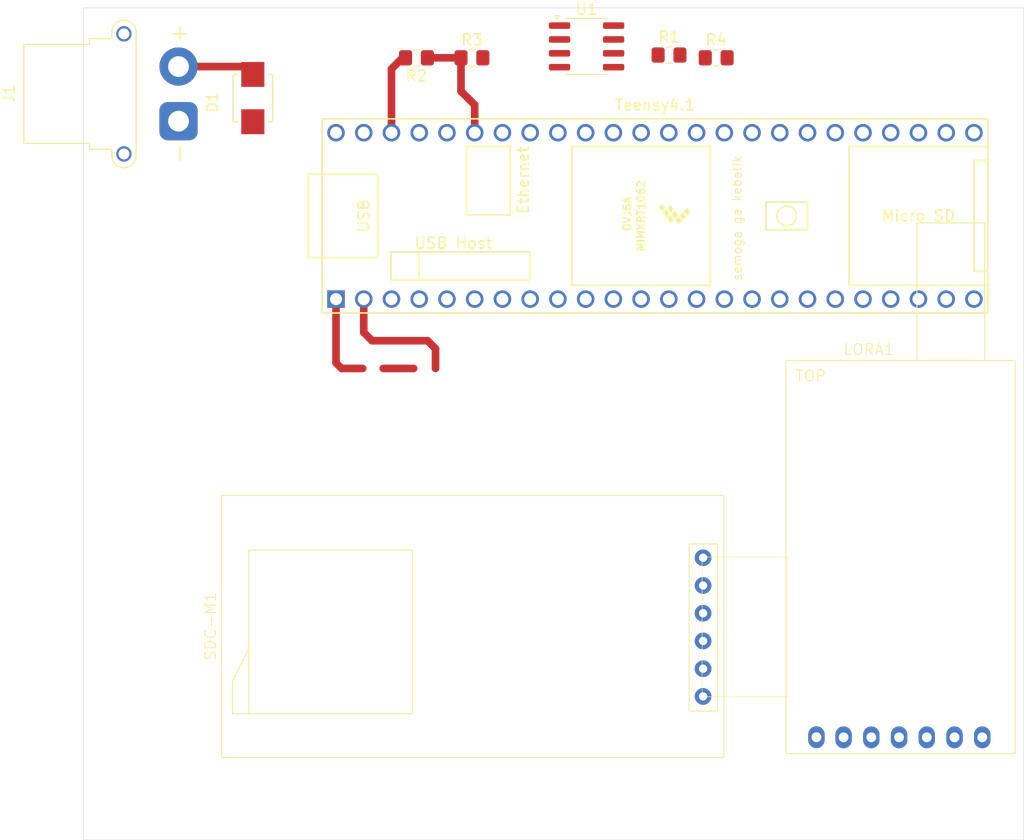
<source format=kicad_pcb>
(kicad_pcb (version 20240108) (generator "pcbnew") (generator_version "8.0")
  (layers (0 "F.Cu" signal) (31 "B.Cu" signal) (34 "B.Paste" user) (35 "F.Paste" user) (36 "B.SilkS" user "B.Silkscreen") (37 "F.SilkS" user "F.Silkscreen") (38 "B.Mask" user) (39 "F.Mask" user) (44 "Edge.Cuts" user))
  (net 0 "")
  (net 1 "GND")
  (net 2 "Net-(R2-Pad2)")
  (net 3 "Net-(Teensy4.1-A7{slash}RX5)")
  (net 36 "Net-(U1-Rs)")
  (net 45 "Net-(U1-CANH)")
  (net 48 "Net-(U1-CANL)")
  (net 49 "unconnected-(Teensy4.1-RX1-Pad2)")
  (net 50 "unconnected-(Teensy4.1-GND-Pad1)")
  (net 51 "Net-(Teensy4.1-A1{slash}RX3)")
  (net 52 "Net-(Teensy4.1-A0{slash}TX3)")
  (net 54 "3.3V")
  (footprint "TVS:DIOM4336X265N" (layer "F.Cu") (at 103.632 62.617 90)
    (property "Reference" "D1" (at -0.38 -3.6975 90) (layer "F.SilkS"))
    (property "Value" "SMBJ12CA")
    (fp_line (start 2.1625 -1.8125) (end -2.1625 -1.8125) (stroke (width 0.127)) (layer "F.SilkS"))
    (fp_line (start -2.1625 -1.8125) (end -2.1625 -1.38) (stroke (width 0.127)) (layer "F.SilkS"))
    (fp_line (start 2.1625 -1.38) (end 2.1625 -1.8125) (stroke (width 0.127)) (layer "F.SilkS"))
    (fp_line (start 2.1625 1.8125) (end 2.1625 1.38) (stroke (width 0.127)) (layer "F.SilkS"))
    (fp_line (start -2.1625 1.8125) (end -2.1625 1.38) (stroke (width 0.127)) (layer "F.SilkS"))
    (fp_line (start -2.1625 1.8125) (end 2.1625 1.8125) (stroke (width 0.127)) (layer "F.SilkS"))
    (pad "1" smd rect (at -2.165 0 90) (size 2.28 2.12) (layers "F.Cu" "F.Paste" "F.Mask") (net 1 "GND"))
    (pad "2" smd rect (at 2.165 0 90) (size 2.28 2.12) (layers "F.Cu" "F.Paste" "F.Mask") (net 54 "3.3V"))
  )
  (footprint "teensy41:Teensy41" (layer "F.Cu") (at 140.462 73.406)
    (property "Reference" "Teensy4.1" (at 0 -10.16 0) (layer "F.SilkS"))
    (property "Value" "~")
    (fp_line (start -31.75 -3.81) (end -30.48 -3.81) (stroke (width 0.15)) (layer "F.SilkS"))
    (fp_line (start -31.75 3.81) (end -31.75 -3.81) (stroke (width 0.15)) (layer "F.SilkS"))
    (fp_line (start -30.48 -8.89) (end 30.48 -8.89) (stroke (width 0.15)) (layer "F.SilkS"))
    (fp_line (start -30.48 3.81) (end -31.75 3.81) (stroke (width 0.15)) (layer "F.SilkS"))
    (fp_line (start -30.48 8.89) (end -30.48 -8.89) (stroke (width 0.15)) (layer "F.SilkS"))
    (fp_line (start -25.4 -3.81) (end -30.48 -3.81) (stroke (width 0.15)) (layer "F.SilkS"))
    (fp_line (start -25.4 3.81) (end -30.48 3.81) (stroke (width 0.15)) (layer "F.SilkS"))
    (fp_line (start -25.4 3.81) (end -25.4 -3.81) (stroke (width 0.15)) (layer "F.SilkS"))
    (fp_line (start -24.1808 3.2992) (end -21.6408 3.2992) (stroke (width 0.15)) (layer "F.SilkS"))
    (fp_line (start -24.1808 3.2992) (end -11.4808 3.2992) (stroke (width 0.15)) (layer "F.SilkS"))
    (fp_line (start -24.1808 5.8392) (end -24.1808 3.2992) (stroke (width 0.15)) (layer "F.SilkS"))
    (fp_line (start -21.6408 3.2992) (end -21.6408 5.8392) (stroke (width 0.15)) (layer "F.SilkS"))
    (fp_line (start -17.25 -6.3516) (end -17.25 -6.1016) (stroke (width 0.15)) (layer "F.SilkS"))
    (fp_line (start -17.25 -6.1016) (end -17.25 -0.1016) (stroke (width 0.15)) (layer "F.SilkS"))
    (fp_line (start -17.25 -0.1016) (end -13.25 -0.1016) (stroke (width 0.15)) (layer "F.SilkS"))
    (fp_line (start -13.25 -6.3516) (end -17.25 -6.3516) (stroke (width 0.15)) (layer "F.SilkS"))
    (fp_line (start -13.25 -0.1016) (end -13.25 -6.3516) (stroke (width 0.15)) (layer "F.SilkS"))
    (fp_line (start -11.4808 3.2992) (end -11.4808 5.8392) (stroke (width 0.15)) (layer "F.SilkS"))
    (fp_line (start -11.4808 5.8392) (end -24.1808 5.8392) (stroke (width 0.15)) (layer "F.SilkS"))
    (fp_line (start -7.62 -6.35) (end -7.62 6.35) (stroke (width 0.15)) (layer "F.SilkS"))
    (fp_line (start -7.62 6.35) (end 5.08 6.35) (stroke (width 0.15)) (layer "F.SilkS"))
    (fp_line (start 5.08 -6.35) (end -7.62 -6.35) (stroke (width 0.15)) (layer "F.SilkS"))
    (fp_line (start 5.08 6.35) (end 5.08 -6.35) (stroke (width 0.15)) (layer "F.SilkS"))
    (fp_line (start 10.16 -1.27) (end 13.97 -1.27) (stroke (width 0.15)) (layer "F.SilkS"))
    (fp_line (start 10.16 1.27) (end 10.16 -1.27) (stroke (width 0.15)) (layer "F.SilkS"))
    (fp_line (start 13.97 -1.27) (end 13.97 1.27) (stroke (width 0.15)) (layer "F.SilkS"))
    (fp_line (start 13.97 1.27) (end 10.16 1.27) (stroke (width 0.15)) (layer "F.SilkS"))
    (fp_line (start 17.78 -6.35) (end 17.78 6.35) (stroke (width 0.15)) (layer "F.SilkS"))
    (fp_line (start 17.78 6.35) (end 30.48 6.35) (stroke (width 0.15)) (layer "F.SilkS"))
    (fp_line (start 29.21 -5.08) (end 29.21 5.08) (stroke (width 0.15)) (layer "F.SilkS"))
    (fp_line (start 29.21 5.08) (end 30.48 5.08) (stroke (width 0.15)) (layer "F.SilkS"))
    (fp_line (start 30.48 -8.89) (end 30.48 8.89) (stroke (width 0.15)) (layer "F.SilkS"))
    (fp_line (start 30.48 -6.35) (end 17.78 -6.35) (stroke (width 0.15)) (layer "F.SilkS"))
    (fp_line (start 30.48 -5.08) (end 29.21 -5.08) (stroke (width 0.15)) (layer "F.SilkS"))
    (fp_line (start 30.48 8.89) (end -30.48 8.89) (stroke (width 0.15)) (layer "F.SilkS"))
    (fp_circle (center 12.065 0) (end 12.7 -0.635) (stroke (width 0.15)) (fill none) (layer "F.SilkS"))
    (fp_poly (pts (xy 0.911 -0.688) (xy 0.657 -0.434) (xy 0.403 -0.815) (xy 0.657 -1.069)) (stroke (width 0.1)) (fill solid) (layer "F.SilkS"))
    (fp_poly (pts (xy 1.292 -0.18) (xy 1.038 0.074) (xy 0.784 -0.307) (xy 1.038 -0.561)) (stroke (width 0.1)) (fill solid) (layer "F.SilkS"))
    (fp_poly (pts (xy 1.673 -0.561) (xy 1.419 -0.307) (xy 1.165 -0.688) (xy 1.419 -0.942)) (stroke (width 0.1)) (fill solid) (layer "F.SilkS"))
    (fp_poly (pts (xy 1.673 0.328) (xy 1.419 0.582) (xy 1.165 0.201) (xy 1.419 -0.053)) (stroke (width 0.1)) (fill solid) (layer "F.SilkS"))
    (fp_poly (pts (xy 2.054 -0.053) (xy 1.8 0.201) (xy 1.546 -0.18) (xy 1.8 -0.434)) (stroke (width 0.1)) (fill solid) (layer "F.SilkS"))
    (fp_poly (pts (xy 2.435 0.455) (xy 2.181 0.709) (xy 1.927 0.328) (xy 2.181 0.074)) (stroke (width 0.1)) (fill solid) (layer "F.SilkS"))
    (fp_poly (pts (xy 2.816 0.074) (xy 2.562 0.328) (xy 2.308 -0.053) (xy 2.562 -0.307)) (stroke (width 0.1)) (fill solid) (layer "F.SilkS"))
    (fp_poly (pts (xy 3.197 -0.307) (xy 2.943 -0.053) (xy 2.689 -0.434) (xy 2.943 -0.688)) (stroke (width 0.1)) (fill solid) (layer "F.SilkS"))
    (fp_text user "Micro SD" (at 24.13 0 0) (layer "F.SilkS"))
    (fp_text user "semoga ga kebalik" (at 8 6 90) (layer "F.SilkS") (effects (font (size 0.8 0.8) (thickness 0.1)) (justify left bottom)))
    (fp_text user "USB Host" (at -18.4658 2.4892 0) (layer "F.SilkS"))
    (fp_text user "USB" (at -26.67 0 -90) (layer "F.SilkS"))
    (fp_text user "DVJ6A" (at -2.54 -0.18 -90) (layer "F.SilkS") (effects (font (size 0.7 0.7))))
    (fp_text user "MIMXRT1062" (at -1.27 0 -90) (layer "F.SilkS") (effects (font (size 0.7 0.7))))
    (fp_text user "Ethernet" (at -12.065 -3.2766 90) (layer "F.SilkS"))
    (pad "1" thru_hole rect (at -29.21 7.62) (size 1.6 1.6) (drill 1.1) (layers "*.Cu" "*.Mask") (net 50 "unconnected-(Teensy4.1-GND-Pad1)"))
    (pad "2" thru_hole circle (at -26.67 7.62) (size 1.6 1.6) (drill 1.1) (layers "*.Cu" "*.Mask") (net 49 "unconnected-(Teensy4.1-RX1-Pad2)"))
    (pad "3" thru_hole circle (at -24.13 7.62) (size 1.6 1.6) (drill 1.1) (layers "*.Cu" "*.Mask"))
    (pad "4" thru_hole circle (at -21.59 7.62) (size 1.6 1.6) (drill 1.1) (layers "*.Cu" "*.Mask"))
    (pad "5" thru_hole circle (at -19.05 7.62) (size 1.6 1.6) (drill 1.1) (layers "*.Cu" "*.Mask"))
    (pad "6" thru_hole circle (at -16.51 7.62) (size 1.6 1.6) (drill 1.1) (layers "*.Cu" "*.Mask"))
    (pad "7" thru_hole circle (at -13.97 7.62) (size 1.6 1.6) (drill 1.1) (layers "*.Cu" "*.Mask"))
    (pad "8" thru_hole circle (at -11.43 7.62) (size 1.6 1.6) (drill 1.1) (layers "*.Cu" "*.Mask"))
    (pad "9" thru_hole circle (at -8.89 7.62) (size 1.6 1.6) (drill 1.1) (layers "*.Cu" "*.Mask"))
    (pad "10" thru_hole circle (at -6.35 7.62) (size 1.6 1.6) (drill 1.1) (layers "*.Cu" "*.Mask"))
    (pad "11" thru_hole circle (at -3.81 7.62) (size 1.6 1.6) (drill 1.1) (layers "*.Cu" "*.Mask"))
    (pad "12" thru_hole circle (at -1.27 7.62) (size 1.6 1.6) (drill 1.1) (layers "*.Cu" "*.Mask"))
    (pad "13" thru_hole circle (at 1.27 7.62) (size 1.6 1.6) (drill 1.1) (layers "*.Cu" "*.Mask"))
    (pad "14" thru_hole circle (at 3.81 7.62) (size 1.6 1.6) (drill 1.1) (layers "*.Cu" "*.Mask"))
    (pad "15" thru_hole circle (at 6.35 7.62) (size 1.6 1.6) (drill 1.1) (layers "*.Cu" "*.Mask"))
    (pad "16" thru_hole circle (at 8.89 7.62) (size 1.6 1.6) (drill 1.1) (layers "*.Cu" "*.Mask"))
    (pad "17" thru_hole circle (at 11.43 7.62) (size 1.6 1.6) (drill 1.1) (layers "*.Cu" "*.Mask"))
    (pad "18" thru_hole circle (at 13.97 7.62) (size 1.6 1.6) (drill 1.1) (layers "*.Cu" "*.Mask"))
    (pad "19" thru_hole circle (at 16.51 7.62) (size 1.6 1.6) (drill 1.1) (layers "*.Cu" "*.Mask"))
    (pad "20" thru_hole circle (at 19.05 7.62) (size 1.6 1.6) (drill 1.1) (layers "*.Cu" "*.Mask"))
    (pad "21" thru_hole circle (at 21.59 7.62) (size 1.6 1.6) (drill 1.1) (layers "*.Cu" "*.Mask"))
    (pad "22" thru_hole circle (at 24.13 7.62) (size 1.6 1.6) (drill 1.1) (layers "*.Cu" "*.Mask"))
    (pad "23" thru_hole circle (at 26.67 7.62) (size 1.6 1.6) (drill 1.1) (layers "*.Cu" "*.Mask"))
    (pad "24" thru_hole circle (at 29.21 7.62) (size 1.6 1.6) (drill 1.1) (layers "*.Cu" "*.Mask"))
    (pad "25" thru_hole circle (at 29.21 -7.62) (size 1.6 1.6) (drill 1.1) (layers "*.Cu" "*.Mask"))
    (pad "26" thru_hole circle (at 26.67 -7.62) (size 1.6 1.6) (drill 1.1) (layers "*.Cu" "*.Mask"))
    (pad "27" thru_hole circle (at 24.13 -7.62) (size 1.6 1.6) (drill 1.1) (layers "*.Cu" "*.Mask"))
    (pad "28" thru_hole circle (at 21.59 -7.62) (size 1.6 1.6) (drill 1.1) (layers "*.Cu" "*.Mask"))
    (pad "29" thru_hole circle (at 19.05 -7.62) (size 1.6 1.6) (drill 1.1) (layers "*.Cu" "*.Mask"))
    (pad "30" thru_hole circle (at 16.51 -7.62) (size 1.6 1.6) (drill 1.1) (layers "*.Cu" "*.Mask"))
    (pad "31" thru_hole circle (at 13.97 -7.62) (size 1.6 1.6) (drill 1.1) (layers "*.Cu" "*.Mask"))
    (pad "32" thru_hole circle (at 11.43 -7.62) (size 1.6 1.6) (drill 1.1) (layers "*.Cu" "*.Mask"))
    (pad "33" thru_hole circle (at 8.89 -7.62) (size 1.6 1.6) (drill 1.1) (layers "*.Cu" "*.Mask"))
    (pad "34" thru_hole circle (at 6.35 -7.62) (size 1.6 1.6) (drill 1.1) (layers "*.Cu" "*.Mask"))
    (pad "35" thru_hole circle (at 3.81 -7.62) (size 1.6 1.6) (drill 1.1) (layers "*.Cu" "*.Mask"))
    (pad "36" thru_hole circle (at 1.27 -7.62) (size 1.6 1.6) (drill 1.1) (layers "*.Cu" "*.Mask") (net 52 "Net-(Teensy4.1-A0{slash}TX3)"))
    (pad "37" thru_hole circle (at -1.27 -7.62) (size 1.6 1.6) (drill 1.1) (layers "*.Cu" "*.Mask") (net 51 "Net-(Teensy4.1-A1{slash}RX3)"))
    (pad "38" thru_hole circle (at -3.81 -7.62) (size 1.6 1.6) (drill 1.1) (layers "*.Cu" "*.Mask"))
    (pad "39" thru_hole circle (at -6.35 -7.62) (size 1.6 1.6) (drill 1.1) (layers "*.Cu" "*.Mask"))
    (pad "40" thru_hole circle (at -8.89 -7.62) (size 1.6 1.6) (drill 1.1) (layers "*.Cu" "*.Mask"))
    (pad "41" thru_hole circle (at -11.43 -7.62) (size 1.6 1.6) (drill 1.1) (layers "*.Cu" "*.Mask"))
    (pad "42" thru_hole circle (at -13.97 -7.62) (size 1.6 1.6) (drill 1.1) (layers "*.Cu" "*.Mask"))
    (pad "43" thru_hole circle (at -16.51 -7.62) (size 1.6 1.6) (drill 1.1) (layers "*.Cu" "*.Mask") (net 3 "Net-(Teensy4.1-A7{slash}RX5)"))
    (pad "44" thru_hole circle (at -19.05 -7.62) (size 1.6 1.6) (drill 1.1) (layers "*.Cu" "*.Mask"))
    (pad "45" thru_hole circle (at -21.59 -7.62) (size 1.6 1.6) (drill 1.1) (layers "*.Cu" "*.Mask"))
    (pad "46" thru_hole circle (at -24.13 -7.62) (size 1.6 1.6) (drill 1.1) (layers "*.Cu" "*.Mask") (net 2 "Net-(R2-Pad2)"))
    (pad "47" thru_hole circle (at -26.67 -7.62) (size 1.6 1.6) (drill 1.1) (layers "*.Cu" "*.Mask"))
    (pad "48" thru_hole circle (at -29.21 -7.62) (size 1.6 1.6) (drill 1.1) (layers "*.Cu" "*.Mask"))
  )
  (footprint "SD card Module:SDCard" (layer "F.Cu") (at 123.767 110.998 90)
    (property "Reference" "SDC-M1" (at 0 -24 90) (layer "F.SilkS") (effects (font (thickness 0.1))))
    (property "Value" "~")
    (fp_line (start -5 -22) (end -2 -20.484678) (stroke (width 0.1)) (layer "F.SilkS"))
    (fp_line (start -8 -22) (end -5 -22) (stroke (width 0.1)) (layer "F.SilkS"))
    (fp_line (start -8 -20.5) (end -8 -22) (stroke (width 0.1)) (layer "F.SilkS"))
    (fp_rect (start -12 -23) (end 12 23) (stroke (width 0.1)) (fill none) (layer "F.SilkS"))
    (fp_rect (start -8 -20.5) (end 7 -5.5) (stroke (width 0.1)) (fill none) (layer "F.SilkS"))
    (fp_rect (start -7.75 19.818) (end 7.55 22.418) (stroke (width 0.1)) (fill none) (layer "F.SilkS"))
    (fp_rect (start -6.45 21.018) (end 6.35 28.818) (stroke (width 0.05)) (fill none) (layer "F.SilkS"))
    (pad "1" thru_hole circle (at -6.416 21.1 90) (size 1.524 1.524) (drill 0.762) (layers "*.Cu" "*.Mask"))
    (pad "2" thru_hole circle (at -3.876 21.1 90) (size 1.524 1.524) (drill 0.762) (layers "*.Cu" "*.Mask"))
    (pad "3" thru_hole circle (at -1.336 21.1 90) (size 1.524 1.524) (drill 0.762) (layers "*.Cu" "*.Mask"))
    (pad "4" thru_hole circle (at 1.204 21.1 90) (size 1.524 1.524) (drill 0.762) (layers "*.Cu" "*.Mask"))
    (pad "5" thru_hole circle (at 3.744 21.1 90) (size 1.524 1.524) (drill 0.762) (layers "*.Cu" "*.Mask"))
    (pad "6" thru_hole circle (at 6.284 21.1 90) (size 1.524 1.524) (drill 0.762) (layers "*.Cu" "*.Mask"))
  )
  (footprint "Resistor_SMD:R_0805_2012Metric_Pad1.20x1.40mm_HandSolder" (layer "F.Cu") (at 146.066 58.928)
    (property "Reference" "R4" (at 0 -1.65 0) (layer "F.SilkS"))
    (property "Value" "120")
    (fp_line (start -0.227064 -0.735) (end 0.227064 -0.735) (stroke (width 0.12)) (layer "F.SilkS"))
    (fp_line (start -0.227064 0.735) (end 0.227064 0.735) (stroke (width 0.12)) (layer "F.SilkS"))
    (pad "1" smd roundrect (at -1 0) (size 1.2 1.4) (layers "F.Cu" "F.Paste" "F.Mask") (roundrect_rratio 0.208333) (net 48 "Net-(U1-CANL)"))
    (pad "2" smd roundrect (at 1 0) (size 1.2 1.4) (layers "F.Cu" "F.Paste" "F.Mask") (roundrect_rratio 0.208333) (net 45 "Net-(U1-CANH)"))
  )
  (footprint "Package_SO:SOIC-8_3.9x4.9mm_P1.27mm" (layer "F.Cu") (at 134.2 57.882)
    (property "Reference" "U1" (at 0 -3.4 0) (layer "F.SilkS"))
    (property "Value" "MCP2551-I-SN")
    (fp_line (start 0 -2.56) (end -1.95 -2.56) (stroke (width 0.12)) (layer "F.SilkS"))
    (fp_line (start 0 -2.56) (end 1.95 -2.56) (stroke (width 0.12)) (layer "F.SilkS"))
    (fp_line (start 0 2.56) (end -1.95 2.56) (stroke (width 0.12)) (layer "F.SilkS"))
    (fp_line (start 0 2.56) (end 1.95 2.56) (stroke (width 0.12)) (layer "F.SilkS"))
    (fp_poly (pts (xy -2.7 -2.465) (xy -2.94 -2.795) (xy -2.46 -2.795) (xy -2.7 -2.465)) (stroke (width 0.12)) (fill solid) (layer "F.SilkS"))
    (pad "1" smd roundrect (at -2.475 -1.905) (size 1.95 0.6) (layers "F.Cu" "F.Paste" "F.Mask") (net 51 "Net-(Teensy4.1-A1{slash}RX3)"))
    (pad "2" smd roundrect (at -2.475 -0.635) (size 1.95 0.6) (layers "F.Cu" "F.Paste" "F.Mask") (net 1 "GND"))
    (pad "3" smd roundrect (at -2.475 0.635) (size 1.95 0.6) (layers "F.Cu" "F.Paste" "F.Mask") (net 54 "3.3V"))
    (pad "4" smd roundrect (at -2.475 1.905) (size 1.95 0.6) (layers "F.Cu" "F.Paste" "F.Mask") (net 52 "Net-(Teensy4.1-A0{slash}TX3)"))
    (pad "5" smd roundrect (at 2.475 1.905) (size 1.95 0.6) (layers "F.Cu" "F.Paste" "F.Mask"))
    (pad "6" smd roundrect (at 2.475 0.635) (size 1.95 0.6) (layers "F.Cu" "F.Paste" "F.Mask") (net 48 "Net-(U1-CANL)"))
    (pad "7" smd roundrect (at 2.475 -0.635) (size 1.95 0.6) (layers "F.Cu" "F.Paste" "F.Mask") (net 45 "Net-(U1-CANH)"))
    (pad "8" smd roundrect (at 2.475 -1.905) (size 1.95 0.6) (layers "F.Cu" "F.Paste" "F.Mask") (net 36 "Net-(U1-Rs)"))
  )
  (footprint "Resistor_SMD:R_0805_2012Metric_Pad1.20x1.40mm_HandSolder" (layer "F.Cu") (at 141.748 58.674)
    (property "Reference" "R1" (at 0 -1.65 0) (layer "F.SilkS"))
    (property "Value" "10K")
    (fp_line (start -0.227064 -0.735) (end 0.227064 -0.735) (stroke (width 0.12)) (layer "F.SilkS"))
    (fp_line (start -0.227064 0.735) (end 0.227064 0.735) (stroke (width 0.12)) (layer "F.SilkS"))
    (pad "1" smd roundrect (at -1 0) (size 1.2 1.4) (layers "F.Cu" "F.Paste" "F.Mask") (roundrect_rratio 0.208333) (net 1 "GND"))
    (pad "2" smd roundrect (at 1 0) (size 1.2 1.4) (layers "F.Cu" "F.Paste" "F.Mask") (roundrect_rratio 0.208333) (net 36 "Net-(U1-Rs)"))
  )
  (footprint "Resistor_SMD:R_0805_2012Metric_Pad1.20x1.40mm_HandSolder" (layer "F.Cu") (at 123.698 58.928)
    (property "Reference" "R3" (at 0 -1.65 0) (layer "F.SilkS"))
    (property "Value" "R")
    (fp_line (start -0.227064 -0.735) (end 0.227064 -0.735) (stroke (width 0.12)) (layer "F.SilkS"))
    (fp_line (start -0.227064 0.735) (end 0.227064 0.735) (stroke (width 0.12)) (layer "F.SilkS"))
    (pad "1" smd roundrect (at -1 0) (size 1.2 1.4) (layers "F.Cu" "F.Paste" "F.Mask") (roundrect_rratio 0.208333) (net 3 "Net-(Teensy4.1-A7{slash}RX5)"))
    (pad "2" smd roundrect (at 1 0) (size 1.2 1.4) (layers "F.Cu" "F.Paste" "F.Mask") (roundrect_rratio 0.208333) (net 1 "GND"))
  )
  (footprint "Connector_AMASS:AMASS_XT30PW-F_1x02_P2.50mm_Horizontal" (layer "F.Cu") (at 96.828 64.73 90)
    (property "Reference" "J1" (at 2.5 -15.5 90) (layer "F.SilkS"))
    (property "Value" "Conn_01x02_Socket")
    (fp_line (start 7.03 -14.16) (end 7.03 -8.16) (stroke (width 0.12)) (layer "F.SilkS"))
    (fp_line (start -2.03 -14.16) (end 7 -14.16) (stroke (width 0.12)) (layer "F.SilkS"))
    (fp_line (start -2.03 -14.16) (end -2.03 -8.16) (stroke (width 0.12)) (layer "F.SilkS"))
    (fp_line (start 7.56 -8.16) (end 7.56 -6.11) (stroke (width 0.12)) (layer "F.SilkS"))
    (fp_line (start 7.03 -8.16) (end 7.56 -8.16) (stroke (width 0.12)) (layer "F.SilkS"))
    (fp_line (start -2.56 -8.16) (end -2.03 -8.16) (stroke (width 0.12)) (layer "F.SilkS"))
    (fp_line (start -2.56 -8.16) (end -2.56 -6.11) (stroke (width 0.12)) (layer "F.SilkS"))
    (fp_line (start 7.56 -6.11) (end 8.26 -6.11) (stroke (width 0.12)) (layer "F.SilkS"))
    (fp_line (start -3.26 -6.11) (end -2.56 -6.11) (stroke (width 0.12)) (layer "F.SilkS"))
    (fp_line (start -3.26 -3.89) (end 8.26 -3.89) (stroke (width 0.12)) (layer "F.SilkS"))
    (fp_arc (start 8.15 -6.11) (mid 9.26 -5) (end 8.15 -3.89) (stroke (width 0.12)) (layer "F.SilkS"))
    (fp_arc (start -3.321729 -3.903365) (mid -4.256653 -5.086124) (end -3.15 -6.11) (stroke (width 0.12)) (layer "F.SilkS"))
    (fp_text user "+" (at 8 0 90) (layer "F.SilkS") (effects (font (size 1.5 1.5))))
    (fp_text user "-" (at -3 0 90) (layer "F.SilkS") (effects (font (size 1.5 1.5))))
    (pad "" thru_hole circle (at -3 -5 180) (size 1.4 1.4) (drill 1) (layers "*.Cu" "*.Mask"))
    (pad "" thru_hole circle (at 8 -5 90) (size 1.4 1.4) (drill 1) (layers "*.Cu" "*.Mask"))
    (pad "1" thru_hole roundrect (at 0 0 90) (size 3.5 3.5) (drill 1.9) (layers "*.Cu" "*.Mask") (roundrect_rratio 0.22) (net 1 "GND"))
    (pad "2" thru_hole circle (at 5 0 90) (size 3.5 3.5) (drill 1.9) (layers "*.Cu" "*.Mask") (net 54 "3.3V"))
  )
  (footprint "Lora Module:E220-900T22D" (layer "F.Cu") (at 163.449 104.648)
    (property "Reference" "LORA1" (at -3.4 -19 0) (layer "F.SilkS") (effects (font (thickness 0.1))))
    (property "Value" "~")
    (fp_rect (start -11 -18) (end 10 18) (stroke (width 0.1)) (fill none) (layer "F.SilkS"))
    (fp_rect (start 1 -30.6) (end 7.2 -18) (stroke (width 0.1)) (fill none) (layer "F.SilkS"))
    (fp_text user "TOP" (at -10.2 -16 0) (layer "F.SilkS") (effects (font (thickness 0.1)) (justify left bottom)))
    (pad "1" thru_hole oval (at -8.2 16.5) (size 1.5 2) (drill 0.9) (layers "*.Cu" "*.Mask"))
    (pad "2" thru_hole oval (at -5.715 16.51) (size 1.5 2) (drill 0.9) (layers "*.Cu" "*.Mask"))
    (pad "3" thru_hole oval (at -3.175 16.51) (size 1.5 2) (drill 0.9) (layers "*.Cu" "*.Mask"))
    (pad "4" thru_hole oval (at -0.635 16.51) (size 1.5 2) (drill 0.9) (layers "*.Cu" "*.Mask"))
    (pad "5" thru_hole oval (at 1.905 16.51) (size 1.5 2) (drill 0.9) (layers "*.Cu" "*.Mask"))
    (pad "6" thru_hole oval (at 4.445 16.51) (size 1.5 2) (drill 0.9) (layers "*.Cu" "*.Mask"))
    (pad "7" thru_hole oval (at 6.985 16.51) (size 1.5 2) (drill 0.9) (layers "*.Cu" "*.Mask"))
  )
  (footprint "Resistor_SMD:R_0805_2012Metric_Pad1.20x1.40mm_HandSolder" (layer "F.Cu") (at 118.618 58.928 180)
    (property "Reference" "R2" (at 0 -1.65 0) (layer "F.SilkS"))
    (property "Value" "R")
    (fp_line (start -0.227064 0.735) (end 0.227064 0.735) (stroke (width 0.12)) (layer "F.SilkS"))
    (fp_line (start -0.227064 -0.735) (end 0.227064 -0.735) (stroke (width 0.12)) (layer "F.SilkS"))
    (pad "1" smd roundrect (at -1 0 180) (size 1.2 1.4) (layers "F.Cu" "F.Paste" "F.Mask") (roundrect_rratio 0.208333) (net 3 "Net-(Teensy4.1-A7{slash}RX5)"))
    (pad "2" smd roundrect (at 1 0 180) (size 1.2 1.4) (layers "F.Cu" "F.Paste" "F.Mask") (roundrect_rratio 0.208333) (net 2 "Net-(R2-Pad2)"))
  )
  (gr_rect (start 88.138 54.356) (end 174.244 130.556) (stroke (width 0.05)) (fill none) (layer "Edge.Cuts"))
  (segment (start 115.57 87.376) (end 118.364 87.376) (width 0.7) (layer "F.Cu") (net 0))
  (segment (start 117.618 58.928) (end 117.348 58.928) (width 0.7) (layer "F.Cu") (net 2))
  (segment (start 116.332 59.944) (end 116.332 65.786) (width 0.7) (layer "F.Cu") (net 2))
  (segment (start 117.348 58.928) (end 116.332 59.944) (width 0.7) (layer "F.Cu") (net 2))
  (segment (start 119.618 58.928) (end 122.698 58.928) (width 0.7) (layer "F.Cu") (net 3))
  (segment (start 122.698 61.992) (end 123.952 63.246) (width 0.7) (layer "F.Cu") (net 3))
  (segment (start 122.698 58.928) (end 122.698 61.992) (width 0.7) (layer "F.Cu") (net 3))
  (segment (start 123.952 63.246) (end 123.952 65.786) (width 0.7) (layer "F.Cu") (net 3))
  (segment (start 113.792 84.074) (end 113.792 81.026) (width 0.7) (layer "F.Cu") (net 49))
  (segment (start 119.634 84.836) (end 114.554 84.836) (width 0.7) (layer "F.Cu") (net 49))
  (segment (start 120.364 85.566) (end 119.634 84.836) (width 0.7) (layer "F.Cu") (net 49))
  (segment (start 120.364 87.376) (end 120.364 85.566) (width 0.7) (layer "F.Cu") (net 49))
  (segment (start 114.554 84.836) (end 113.792 84.074) (width 0.7) (layer "F.Cu") (net 49))
  (segment (start 111.252 81.026) (end 111.252 86.868) (width 0.7) (layer "F.Cu") (net 50))
  (segment (start 111.76 87.376) (end 113.695 87.376) (width 0.7) (layer "F.Cu") (net 50))
  (segment (start 111.252 86.868) (end 111.76 87.376) (width 0.7) (layer "F.Cu") (net 50))
  (segment (start 96.828 59.73) (end 103.176 59.73) (width 0.7) (layer "F.Cu") (net 54))
  (segment (start 103.176 59.73) (end 103.378 59.932) (width 0.7) (layer "F.Cu") (net 54))
)
</source>
